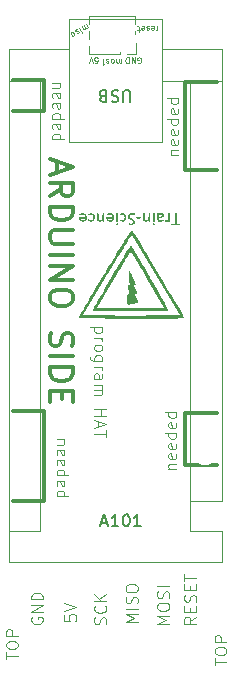
<source format=gbr>
%TF.GenerationSoftware,KiCad,Pcbnew,8.0.2*%
%TF.CreationDate,2024-12-05T22:40:51+01:00*%
%TF.ProjectId,programmerUnoHat,70726f67-7261-46d6-9d65-72556e6f4861,rev?*%
%TF.SameCoordinates,Original*%
%TF.FileFunction,Legend,Top*%
%TF.FilePolarity,Positive*%
%FSLAX46Y46*%
G04 Gerber Fmt 4.6, Leading zero omitted, Abs format (unit mm)*
G04 Created by KiCad (PCBNEW 8.0.2) date 2024-12-05 22:40:51*
%MOMM*%
%LPD*%
G01*
G04 APERTURE LIST*
%ADD10C,0.100000*%
%ADD11C,0.300000*%
%ADD12C,0.075000*%
%ADD13C,0.150000*%
%ADD14C,0.120000*%
%ADD15C,0.000000*%
%ADD16R,1.600000X1.600000*%
%ADD17O,1.600000X1.600000*%
%ADD18R,1.000000X1.000000*%
%ADD19O,1.000000X1.000000*%
%ADD20C,1.600000*%
%ADD21R,1.700000X1.700000*%
%ADD22O,1.700000X1.700000*%
G04 APERTURE END LIST*
D10*
X123010000Y-69220000D02*
X117930000Y-69220000D01*
D11*
X108000000Y-97200000D02*
X108000000Y-104800000D01*
X108000000Y-69200000D02*
X108000000Y-71800000D01*
X119900000Y-97400000D02*
X119900000Y-101800000D01*
X119900000Y-97400000D02*
X122600000Y-97400000D01*
X119900000Y-69300000D02*
X122600000Y-69300000D01*
X119900000Y-69300000D02*
X119900000Y-76800000D01*
X108000000Y-71800000D02*
X105300000Y-71800000D01*
X108000000Y-69200000D02*
X105300000Y-69200000D01*
X119900000Y-76800000D02*
X122600000Y-76800000D01*
X108000000Y-104800000D02*
X105300000Y-104800000D01*
X119900000Y-101800000D02*
X122600000Y-101800000D01*
X108000000Y-97200000D02*
X105300000Y-97200000D01*
D10*
X113174800Y-115243734D02*
X113222419Y-115100877D01*
X113222419Y-115100877D02*
X113222419Y-114862782D01*
X113222419Y-114862782D02*
X113174800Y-114767544D01*
X113174800Y-114767544D02*
X113127180Y-114719925D01*
X113127180Y-114719925D02*
X113031942Y-114672306D01*
X113031942Y-114672306D02*
X112936704Y-114672306D01*
X112936704Y-114672306D02*
X112841466Y-114719925D01*
X112841466Y-114719925D02*
X112793847Y-114767544D01*
X112793847Y-114767544D02*
X112746228Y-114862782D01*
X112746228Y-114862782D02*
X112698609Y-115053258D01*
X112698609Y-115053258D02*
X112650990Y-115148496D01*
X112650990Y-115148496D02*
X112603371Y-115196115D01*
X112603371Y-115196115D02*
X112508133Y-115243734D01*
X112508133Y-115243734D02*
X112412895Y-115243734D01*
X112412895Y-115243734D02*
X112317657Y-115196115D01*
X112317657Y-115196115D02*
X112270038Y-115148496D01*
X112270038Y-115148496D02*
X112222419Y-115053258D01*
X112222419Y-115053258D02*
X112222419Y-114815163D01*
X112222419Y-114815163D02*
X112270038Y-114672306D01*
X113127180Y-113672306D02*
X113174800Y-113719925D01*
X113174800Y-113719925D02*
X113222419Y-113862782D01*
X113222419Y-113862782D02*
X113222419Y-113958020D01*
X113222419Y-113958020D02*
X113174800Y-114100877D01*
X113174800Y-114100877D02*
X113079561Y-114196115D01*
X113079561Y-114196115D02*
X112984323Y-114243734D01*
X112984323Y-114243734D02*
X112793847Y-114291353D01*
X112793847Y-114291353D02*
X112650990Y-114291353D01*
X112650990Y-114291353D02*
X112460514Y-114243734D01*
X112460514Y-114243734D02*
X112365276Y-114196115D01*
X112365276Y-114196115D02*
X112270038Y-114100877D01*
X112270038Y-114100877D02*
X112222419Y-113958020D01*
X112222419Y-113958020D02*
X112222419Y-113862782D01*
X112222419Y-113862782D02*
X112270038Y-113719925D01*
X112270038Y-113719925D02*
X112317657Y-113672306D01*
X113222419Y-113243734D02*
X112222419Y-113243734D01*
X113222419Y-112672306D02*
X112650990Y-113100877D01*
X112222419Y-112672306D02*
X112793847Y-113243734D01*
X118556419Y-115189115D02*
X117556419Y-115189115D01*
X117556419Y-115189115D02*
X118270704Y-114855782D01*
X118270704Y-114855782D02*
X117556419Y-114522449D01*
X117556419Y-114522449D02*
X118556419Y-114522449D01*
X117556419Y-113855782D02*
X117556419Y-113665306D01*
X117556419Y-113665306D02*
X117604038Y-113570068D01*
X117604038Y-113570068D02*
X117699276Y-113474830D01*
X117699276Y-113474830D02*
X117889752Y-113427211D01*
X117889752Y-113427211D02*
X118223085Y-113427211D01*
X118223085Y-113427211D02*
X118413561Y-113474830D01*
X118413561Y-113474830D02*
X118508800Y-113570068D01*
X118508800Y-113570068D02*
X118556419Y-113665306D01*
X118556419Y-113665306D02*
X118556419Y-113855782D01*
X118556419Y-113855782D02*
X118508800Y-113951020D01*
X118508800Y-113951020D02*
X118413561Y-114046258D01*
X118413561Y-114046258D02*
X118223085Y-114093877D01*
X118223085Y-114093877D02*
X117889752Y-114093877D01*
X117889752Y-114093877D02*
X117699276Y-114046258D01*
X117699276Y-114046258D02*
X117604038Y-113951020D01*
X117604038Y-113951020D02*
X117556419Y-113855782D01*
X118508800Y-113046258D02*
X118556419Y-112903401D01*
X118556419Y-112903401D02*
X118556419Y-112665306D01*
X118556419Y-112665306D02*
X118508800Y-112570068D01*
X118508800Y-112570068D02*
X118461180Y-112522449D01*
X118461180Y-112522449D02*
X118365942Y-112474830D01*
X118365942Y-112474830D02*
X118270704Y-112474830D01*
X118270704Y-112474830D02*
X118175466Y-112522449D01*
X118175466Y-112522449D02*
X118127847Y-112570068D01*
X118127847Y-112570068D02*
X118080228Y-112665306D01*
X118080228Y-112665306D02*
X118032609Y-112855782D01*
X118032609Y-112855782D02*
X117984990Y-112951020D01*
X117984990Y-112951020D02*
X117937371Y-112998639D01*
X117937371Y-112998639D02*
X117842133Y-113046258D01*
X117842133Y-113046258D02*
X117746895Y-113046258D01*
X117746895Y-113046258D02*
X117651657Y-112998639D01*
X117651657Y-112998639D02*
X117604038Y-112951020D01*
X117604038Y-112951020D02*
X117556419Y-112855782D01*
X117556419Y-112855782D02*
X117556419Y-112617687D01*
X117556419Y-112617687D02*
X117604038Y-112474830D01*
X118556419Y-112046258D02*
X117556419Y-112046258D01*
D12*
X115901705Y-67724280D02*
X115949324Y-67748090D01*
X115949324Y-67748090D02*
X116020753Y-67748090D01*
X116020753Y-67748090D02*
X116092181Y-67724280D01*
X116092181Y-67724280D02*
X116139800Y-67676661D01*
X116139800Y-67676661D02*
X116163610Y-67629042D01*
X116163610Y-67629042D02*
X116187419Y-67533804D01*
X116187419Y-67533804D02*
X116187419Y-67462376D01*
X116187419Y-67462376D02*
X116163610Y-67367138D01*
X116163610Y-67367138D02*
X116139800Y-67319519D01*
X116139800Y-67319519D02*
X116092181Y-67271900D01*
X116092181Y-67271900D02*
X116020753Y-67248090D01*
X116020753Y-67248090D02*
X115973134Y-67248090D01*
X115973134Y-67248090D02*
X115901705Y-67271900D01*
X115901705Y-67271900D02*
X115877896Y-67295709D01*
X115877896Y-67295709D02*
X115877896Y-67462376D01*
X115877896Y-67462376D02*
X115973134Y-67462376D01*
X115663610Y-67248090D02*
X115663610Y-67748090D01*
X115663610Y-67748090D02*
X115377896Y-67248090D01*
X115377896Y-67248090D02*
X115377896Y-67748090D01*
X115139800Y-67248090D02*
X115139800Y-67748090D01*
X115139800Y-67748090D02*
X115020752Y-67748090D01*
X115020752Y-67748090D02*
X114949324Y-67724280D01*
X114949324Y-67724280D02*
X114901705Y-67676661D01*
X114901705Y-67676661D02*
X114877895Y-67629042D01*
X114877895Y-67629042D02*
X114854086Y-67533804D01*
X114854086Y-67533804D02*
X114854086Y-67462376D01*
X114854086Y-67462376D02*
X114877895Y-67367138D01*
X114877895Y-67367138D02*
X114901705Y-67319519D01*
X114901705Y-67319519D02*
X114949324Y-67271900D01*
X114949324Y-67271900D02*
X115020752Y-67248090D01*
X115020752Y-67248090D02*
X115139800Y-67248090D01*
X114512610Y-67375090D02*
X114512610Y-67708423D01*
X114512610Y-67660804D02*
X114488800Y-67684614D01*
X114488800Y-67684614D02*
X114441181Y-67708423D01*
X114441181Y-67708423D02*
X114369753Y-67708423D01*
X114369753Y-67708423D02*
X114322134Y-67684614D01*
X114322134Y-67684614D02*
X114298324Y-67636995D01*
X114298324Y-67636995D02*
X114298324Y-67375090D01*
X114298324Y-67636995D02*
X114274515Y-67684614D01*
X114274515Y-67684614D02*
X114226896Y-67708423D01*
X114226896Y-67708423D02*
X114155467Y-67708423D01*
X114155467Y-67708423D02*
X114107848Y-67684614D01*
X114107848Y-67684614D02*
X114084038Y-67636995D01*
X114084038Y-67636995D02*
X114084038Y-67375090D01*
X113774514Y-67375090D02*
X113822133Y-67398900D01*
X113822133Y-67398900D02*
X113845943Y-67422709D01*
X113845943Y-67422709D02*
X113869752Y-67470328D01*
X113869752Y-67470328D02*
X113869752Y-67613185D01*
X113869752Y-67613185D02*
X113845943Y-67660804D01*
X113845943Y-67660804D02*
X113822133Y-67684614D01*
X113822133Y-67684614D02*
X113774514Y-67708423D01*
X113774514Y-67708423D02*
X113703086Y-67708423D01*
X113703086Y-67708423D02*
X113655467Y-67684614D01*
X113655467Y-67684614D02*
X113631657Y-67660804D01*
X113631657Y-67660804D02*
X113607848Y-67613185D01*
X113607848Y-67613185D02*
X113607848Y-67470328D01*
X113607848Y-67470328D02*
X113631657Y-67422709D01*
X113631657Y-67422709D02*
X113655467Y-67398900D01*
X113655467Y-67398900D02*
X113703086Y-67375090D01*
X113703086Y-67375090D02*
X113774514Y-67375090D01*
X113417371Y-67398900D02*
X113369752Y-67375090D01*
X113369752Y-67375090D02*
X113274514Y-67375090D01*
X113274514Y-67375090D02*
X113226895Y-67398900D01*
X113226895Y-67398900D02*
X113203086Y-67446519D01*
X113203086Y-67446519D02*
X113203086Y-67470328D01*
X113203086Y-67470328D02*
X113226895Y-67517947D01*
X113226895Y-67517947D02*
X113274514Y-67541757D01*
X113274514Y-67541757D02*
X113345943Y-67541757D01*
X113345943Y-67541757D02*
X113393562Y-67565566D01*
X113393562Y-67565566D02*
X113417371Y-67613185D01*
X113417371Y-67613185D02*
X113417371Y-67636995D01*
X113417371Y-67636995D02*
X113393562Y-67684614D01*
X113393562Y-67684614D02*
X113345943Y-67708423D01*
X113345943Y-67708423D02*
X113274514Y-67708423D01*
X113274514Y-67708423D02*
X113226895Y-67684614D01*
X112988800Y-67375090D02*
X112988800Y-67708423D01*
X112988800Y-67875090D02*
X113012609Y-67851280D01*
X113012609Y-67851280D02*
X112988800Y-67827471D01*
X112988800Y-67827471D02*
X112964990Y-67851280D01*
X112964990Y-67851280D02*
X112988800Y-67875090D01*
X112988800Y-67875090D02*
X112988800Y-67827471D01*
X112242515Y-67748090D02*
X112480610Y-67748090D01*
X112480610Y-67748090D02*
X112504419Y-67509995D01*
X112504419Y-67509995D02*
X112480610Y-67533804D01*
X112480610Y-67533804D02*
X112432991Y-67557614D01*
X112432991Y-67557614D02*
X112313943Y-67557614D01*
X112313943Y-67557614D02*
X112266324Y-67533804D01*
X112266324Y-67533804D02*
X112242515Y-67509995D01*
X112242515Y-67509995D02*
X112218705Y-67462376D01*
X112218705Y-67462376D02*
X112218705Y-67343328D01*
X112218705Y-67343328D02*
X112242515Y-67295709D01*
X112242515Y-67295709D02*
X112266324Y-67271900D01*
X112266324Y-67271900D02*
X112313943Y-67248090D01*
X112313943Y-67248090D02*
X112432991Y-67248090D01*
X112432991Y-67248090D02*
X112480610Y-67271900D01*
X112480610Y-67271900D02*
X112504419Y-67295709D01*
X112075848Y-67748090D02*
X111909182Y-67248090D01*
X111909182Y-67248090D02*
X111742515Y-67748090D01*
D10*
X122412419Y-118711972D02*
X122412419Y-118140544D01*
X123412419Y-118426258D02*
X122412419Y-118426258D01*
X122412419Y-117616734D02*
X122412419Y-117426258D01*
X122412419Y-117426258D02*
X122460038Y-117331020D01*
X122460038Y-117331020D02*
X122555276Y-117235782D01*
X122555276Y-117235782D02*
X122745752Y-117188163D01*
X122745752Y-117188163D02*
X123079085Y-117188163D01*
X123079085Y-117188163D02*
X123269561Y-117235782D01*
X123269561Y-117235782D02*
X123364800Y-117331020D01*
X123364800Y-117331020D02*
X123412419Y-117426258D01*
X123412419Y-117426258D02*
X123412419Y-117616734D01*
X123412419Y-117616734D02*
X123364800Y-117711972D01*
X123364800Y-117711972D02*
X123269561Y-117807210D01*
X123269561Y-117807210D02*
X123079085Y-117854829D01*
X123079085Y-117854829D02*
X122745752Y-117854829D01*
X122745752Y-117854829D02*
X122555276Y-117807210D01*
X122555276Y-117807210D02*
X122460038Y-117711972D01*
X122460038Y-117711972D02*
X122412419Y-117616734D01*
X123412419Y-116759591D02*
X122412419Y-116759591D01*
X122412419Y-116759591D02*
X122412419Y-116378639D01*
X122412419Y-116378639D02*
X122460038Y-116283401D01*
X122460038Y-116283401D02*
X122507657Y-116235782D01*
X122507657Y-116235782D02*
X122602895Y-116188163D01*
X122602895Y-116188163D02*
X122745752Y-116188163D01*
X122745752Y-116188163D02*
X122840990Y-116235782D01*
X122840990Y-116235782D02*
X122888609Y-116283401D01*
X122888609Y-116283401D02*
X122936228Y-116378639D01*
X122936228Y-116378639D02*
X122936228Y-116759591D01*
X115889419Y-115062115D02*
X114889419Y-115062115D01*
X114889419Y-115062115D02*
X115603704Y-114728782D01*
X115603704Y-114728782D02*
X114889419Y-114395449D01*
X114889419Y-114395449D02*
X115889419Y-114395449D01*
X115889419Y-113919258D02*
X114889419Y-113919258D01*
X115841800Y-113490687D02*
X115889419Y-113347830D01*
X115889419Y-113347830D02*
X115889419Y-113109735D01*
X115889419Y-113109735D02*
X115841800Y-113014497D01*
X115841800Y-113014497D02*
X115794180Y-112966878D01*
X115794180Y-112966878D02*
X115698942Y-112919259D01*
X115698942Y-112919259D02*
X115603704Y-112919259D01*
X115603704Y-112919259D02*
X115508466Y-112966878D01*
X115508466Y-112966878D02*
X115460847Y-113014497D01*
X115460847Y-113014497D02*
X115413228Y-113109735D01*
X115413228Y-113109735D02*
X115365609Y-113300211D01*
X115365609Y-113300211D02*
X115317990Y-113395449D01*
X115317990Y-113395449D02*
X115270371Y-113443068D01*
X115270371Y-113443068D02*
X115175133Y-113490687D01*
X115175133Y-113490687D02*
X115079895Y-113490687D01*
X115079895Y-113490687D02*
X114984657Y-113443068D01*
X114984657Y-113443068D02*
X114937038Y-113395449D01*
X114937038Y-113395449D02*
X114889419Y-113300211D01*
X114889419Y-113300211D02*
X114889419Y-113062116D01*
X114889419Y-113062116D02*
X114937038Y-112919259D01*
X114889419Y-112300211D02*
X114889419Y-112109735D01*
X114889419Y-112109735D02*
X114937038Y-112014497D01*
X114937038Y-112014497D02*
X115032276Y-111919259D01*
X115032276Y-111919259D02*
X115222752Y-111871640D01*
X115222752Y-111871640D02*
X115556085Y-111871640D01*
X115556085Y-111871640D02*
X115746561Y-111919259D01*
X115746561Y-111919259D02*
X115841800Y-112014497D01*
X115841800Y-112014497D02*
X115889419Y-112109735D01*
X115889419Y-112109735D02*
X115889419Y-112300211D01*
X115889419Y-112300211D02*
X115841800Y-112395449D01*
X115841800Y-112395449D02*
X115746561Y-112490687D01*
X115746561Y-112490687D02*
X115556085Y-112538306D01*
X115556085Y-112538306D02*
X115222752Y-112538306D01*
X115222752Y-112538306D02*
X115032276Y-112490687D01*
X115032276Y-112490687D02*
X114937038Y-112395449D01*
X114937038Y-112395449D02*
X114889419Y-112300211D01*
X109682419Y-114458925D02*
X109682419Y-114935115D01*
X109682419Y-114935115D02*
X110158609Y-114982734D01*
X110158609Y-114982734D02*
X110110990Y-114935115D01*
X110110990Y-114935115D02*
X110063371Y-114839877D01*
X110063371Y-114839877D02*
X110063371Y-114601782D01*
X110063371Y-114601782D02*
X110110990Y-114506544D01*
X110110990Y-114506544D02*
X110158609Y-114458925D01*
X110158609Y-114458925D02*
X110253847Y-114411306D01*
X110253847Y-114411306D02*
X110491942Y-114411306D01*
X110491942Y-114411306D02*
X110587180Y-114458925D01*
X110587180Y-114458925D02*
X110634800Y-114506544D01*
X110634800Y-114506544D02*
X110682419Y-114601782D01*
X110682419Y-114601782D02*
X110682419Y-114839877D01*
X110682419Y-114839877D02*
X110634800Y-114935115D01*
X110634800Y-114935115D02*
X110587180Y-114982734D01*
X109682419Y-114125591D02*
X110682419Y-113792258D01*
X110682419Y-113792258D02*
X109682419Y-113458925D01*
X118505752Y-102096115D02*
X119172419Y-102096115D01*
X118600990Y-102096115D02*
X118553371Y-102048496D01*
X118553371Y-102048496D02*
X118505752Y-101953258D01*
X118505752Y-101953258D02*
X118505752Y-101810401D01*
X118505752Y-101810401D02*
X118553371Y-101715163D01*
X118553371Y-101715163D02*
X118648609Y-101667544D01*
X118648609Y-101667544D02*
X119172419Y-101667544D01*
X119124800Y-100810401D02*
X119172419Y-100905639D01*
X119172419Y-100905639D02*
X119172419Y-101096115D01*
X119172419Y-101096115D02*
X119124800Y-101191353D01*
X119124800Y-101191353D02*
X119029561Y-101238972D01*
X119029561Y-101238972D02*
X118648609Y-101238972D01*
X118648609Y-101238972D02*
X118553371Y-101191353D01*
X118553371Y-101191353D02*
X118505752Y-101096115D01*
X118505752Y-101096115D02*
X118505752Y-100905639D01*
X118505752Y-100905639D02*
X118553371Y-100810401D01*
X118553371Y-100810401D02*
X118648609Y-100762782D01*
X118648609Y-100762782D02*
X118743847Y-100762782D01*
X118743847Y-100762782D02*
X118839085Y-101238972D01*
X119124800Y-99953258D02*
X119172419Y-100048496D01*
X119172419Y-100048496D02*
X119172419Y-100238972D01*
X119172419Y-100238972D02*
X119124800Y-100334210D01*
X119124800Y-100334210D02*
X119029561Y-100381829D01*
X119029561Y-100381829D02*
X118648609Y-100381829D01*
X118648609Y-100381829D02*
X118553371Y-100334210D01*
X118553371Y-100334210D02*
X118505752Y-100238972D01*
X118505752Y-100238972D02*
X118505752Y-100048496D01*
X118505752Y-100048496D02*
X118553371Y-99953258D01*
X118553371Y-99953258D02*
X118648609Y-99905639D01*
X118648609Y-99905639D02*
X118743847Y-99905639D01*
X118743847Y-99905639D02*
X118839085Y-100381829D01*
X119172419Y-99048496D02*
X118172419Y-99048496D01*
X119124800Y-99048496D02*
X119172419Y-99143734D01*
X119172419Y-99143734D02*
X119172419Y-99334210D01*
X119172419Y-99334210D02*
X119124800Y-99429448D01*
X119124800Y-99429448D02*
X119077180Y-99477067D01*
X119077180Y-99477067D02*
X118981942Y-99524686D01*
X118981942Y-99524686D02*
X118696228Y-99524686D01*
X118696228Y-99524686D02*
X118600990Y-99477067D01*
X118600990Y-99477067D02*
X118553371Y-99429448D01*
X118553371Y-99429448D02*
X118505752Y-99334210D01*
X118505752Y-99334210D02*
X118505752Y-99143734D01*
X118505752Y-99143734D02*
X118553371Y-99048496D01*
X119124800Y-98191353D02*
X119172419Y-98286591D01*
X119172419Y-98286591D02*
X119172419Y-98477067D01*
X119172419Y-98477067D02*
X119124800Y-98572305D01*
X119124800Y-98572305D02*
X119029561Y-98619924D01*
X119029561Y-98619924D02*
X118648609Y-98619924D01*
X118648609Y-98619924D02*
X118553371Y-98572305D01*
X118553371Y-98572305D02*
X118505752Y-98477067D01*
X118505752Y-98477067D02*
X118505752Y-98286591D01*
X118505752Y-98286591D02*
X118553371Y-98191353D01*
X118553371Y-98191353D02*
X118648609Y-98143734D01*
X118648609Y-98143734D02*
X118743847Y-98143734D01*
X118743847Y-98143734D02*
X118839085Y-98619924D01*
X119172419Y-97286591D02*
X118172419Y-97286591D01*
X119124800Y-97286591D02*
X119172419Y-97381829D01*
X119172419Y-97381829D02*
X119172419Y-97572305D01*
X119172419Y-97572305D02*
X119124800Y-97667543D01*
X119124800Y-97667543D02*
X119077180Y-97715162D01*
X119077180Y-97715162D02*
X118981942Y-97762781D01*
X118981942Y-97762781D02*
X118696228Y-97762781D01*
X118696228Y-97762781D02*
X118600990Y-97715162D01*
X118600990Y-97715162D02*
X118553371Y-97667543D01*
X118553371Y-97667543D02*
X118505752Y-97572305D01*
X118505752Y-97572305D02*
X118505752Y-97381829D01*
X118505752Y-97381829D02*
X118553371Y-97286591D01*
X112894247Y-90103884D02*
X111894247Y-90103884D01*
X112846628Y-90103884D02*
X112894247Y-90199122D01*
X112894247Y-90199122D02*
X112894247Y-90389598D01*
X112894247Y-90389598D02*
X112846628Y-90484836D01*
X112846628Y-90484836D02*
X112799009Y-90532455D01*
X112799009Y-90532455D02*
X112703771Y-90580074D01*
X112703771Y-90580074D02*
X112418057Y-90580074D01*
X112418057Y-90580074D02*
X112322819Y-90532455D01*
X112322819Y-90532455D02*
X112275200Y-90484836D01*
X112275200Y-90484836D02*
X112227580Y-90389598D01*
X112227580Y-90389598D02*
X112227580Y-90199122D01*
X112227580Y-90199122D02*
X112275200Y-90103884D01*
X112227580Y-91008646D02*
X112894247Y-91008646D01*
X112703771Y-91008646D02*
X112799009Y-91056265D01*
X112799009Y-91056265D02*
X112846628Y-91103884D01*
X112846628Y-91103884D02*
X112894247Y-91199122D01*
X112894247Y-91199122D02*
X112894247Y-91294360D01*
X112227580Y-91770551D02*
X112275200Y-91675313D01*
X112275200Y-91675313D02*
X112322819Y-91627694D01*
X112322819Y-91627694D02*
X112418057Y-91580075D01*
X112418057Y-91580075D02*
X112703771Y-91580075D01*
X112703771Y-91580075D02*
X112799009Y-91627694D01*
X112799009Y-91627694D02*
X112846628Y-91675313D01*
X112846628Y-91675313D02*
X112894247Y-91770551D01*
X112894247Y-91770551D02*
X112894247Y-91913408D01*
X112894247Y-91913408D02*
X112846628Y-92008646D01*
X112846628Y-92008646D02*
X112799009Y-92056265D01*
X112799009Y-92056265D02*
X112703771Y-92103884D01*
X112703771Y-92103884D02*
X112418057Y-92103884D01*
X112418057Y-92103884D02*
X112322819Y-92056265D01*
X112322819Y-92056265D02*
X112275200Y-92008646D01*
X112275200Y-92008646D02*
X112227580Y-91913408D01*
X112227580Y-91913408D02*
X112227580Y-91770551D01*
X112894247Y-92961027D02*
X112084723Y-92961027D01*
X112084723Y-92961027D02*
X111989485Y-92913408D01*
X111989485Y-92913408D02*
X111941866Y-92865789D01*
X111941866Y-92865789D02*
X111894247Y-92770551D01*
X111894247Y-92770551D02*
X111894247Y-92627694D01*
X111894247Y-92627694D02*
X111941866Y-92532456D01*
X112275200Y-92961027D02*
X112227580Y-92865789D01*
X112227580Y-92865789D02*
X112227580Y-92675313D01*
X112227580Y-92675313D02*
X112275200Y-92580075D01*
X112275200Y-92580075D02*
X112322819Y-92532456D01*
X112322819Y-92532456D02*
X112418057Y-92484837D01*
X112418057Y-92484837D02*
X112703771Y-92484837D01*
X112703771Y-92484837D02*
X112799009Y-92532456D01*
X112799009Y-92532456D02*
X112846628Y-92580075D01*
X112846628Y-92580075D02*
X112894247Y-92675313D01*
X112894247Y-92675313D02*
X112894247Y-92865789D01*
X112894247Y-92865789D02*
X112846628Y-92961027D01*
X112227580Y-93437218D02*
X112894247Y-93437218D01*
X112703771Y-93437218D02*
X112799009Y-93484837D01*
X112799009Y-93484837D02*
X112846628Y-93532456D01*
X112846628Y-93532456D02*
X112894247Y-93627694D01*
X112894247Y-93627694D02*
X112894247Y-93722932D01*
X112227580Y-94484837D02*
X112751390Y-94484837D01*
X112751390Y-94484837D02*
X112846628Y-94437218D01*
X112846628Y-94437218D02*
X112894247Y-94341980D01*
X112894247Y-94341980D02*
X112894247Y-94151504D01*
X112894247Y-94151504D02*
X112846628Y-94056266D01*
X112275200Y-94484837D02*
X112227580Y-94389599D01*
X112227580Y-94389599D02*
X112227580Y-94151504D01*
X112227580Y-94151504D02*
X112275200Y-94056266D01*
X112275200Y-94056266D02*
X112370438Y-94008647D01*
X112370438Y-94008647D02*
X112465676Y-94008647D01*
X112465676Y-94008647D02*
X112560914Y-94056266D01*
X112560914Y-94056266D02*
X112608533Y-94151504D01*
X112608533Y-94151504D02*
X112608533Y-94389599D01*
X112608533Y-94389599D02*
X112656152Y-94484837D01*
X112227580Y-94961028D02*
X112894247Y-94961028D01*
X112799009Y-94961028D02*
X112846628Y-95008647D01*
X112846628Y-95008647D02*
X112894247Y-95103885D01*
X112894247Y-95103885D02*
X112894247Y-95246742D01*
X112894247Y-95246742D02*
X112846628Y-95341980D01*
X112846628Y-95341980D02*
X112751390Y-95389599D01*
X112751390Y-95389599D02*
X112227580Y-95389599D01*
X112751390Y-95389599D02*
X112846628Y-95437218D01*
X112846628Y-95437218D02*
X112894247Y-95532456D01*
X112894247Y-95532456D02*
X112894247Y-95675313D01*
X112894247Y-95675313D02*
X112846628Y-95770552D01*
X112846628Y-95770552D02*
X112751390Y-95818171D01*
X112751390Y-95818171D02*
X112227580Y-95818171D01*
X112227580Y-97056266D02*
X113227580Y-97056266D01*
X112751390Y-97056266D02*
X112751390Y-97627694D01*
X112227580Y-97627694D02*
X113227580Y-97627694D01*
X112513295Y-98056266D02*
X112513295Y-98532456D01*
X112227580Y-97961028D02*
X113227580Y-98294361D01*
X113227580Y-98294361D02*
X112227580Y-98627694D01*
X113227580Y-98818171D02*
X113227580Y-99389599D01*
X112227580Y-99103885D02*
X113227580Y-99103885D01*
X118681752Y-75516115D02*
X119348419Y-75516115D01*
X118776990Y-75516115D02*
X118729371Y-75468496D01*
X118729371Y-75468496D02*
X118681752Y-75373258D01*
X118681752Y-75373258D02*
X118681752Y-75230401D01*
X118681752Y-75230401D02*
X118729371Y-75135163D01*
X118729371Y-75135163D02*
X118824609Y-75087544D01*
X118824609Y-75087544D02*
X119348419Y-75087544D01*
X119300800Y-74230401D02*
X119348419Y-74325639D01*
X119348419Y-74325639D02*
X119348419Y-74516115D01*
X119348419Y-74516115D02*
X119300800Y-74611353D01*
X119300800Y-74611353D02*
X119205561Y-74658972D01*
X119205561Y-74658972D02*
X118824609Y-74658972D01*
X118824609Y-74658972D02*
X118729371Y-74611353D01*
X118729371Y-74611353D02*
X118681752Y-74516115D01*
X118681752Y-74516115D02*
X118681752Y-74325639D01*
X118681752Y-74325639D02*
X118729371Y-74230401D01*
X118729371Y-74230401D02*
X118824609Y-74182782D01*
X118824609Y-74182782D02*
X118919847Y-74182782D01*
X118919847Y-74182782D02*
X119015085Y-74658972D01*
X119300800Y-73373258D02*
X119348419Y-73468496D01*
X119348419Y-73468496D02*
X119348419Y-73658972D01*
X119348419Y-73658972D02*
X119300800Y-73754210D01*
X119300800Y-73754210D02*
X119205561Y-73801829D01*
X119205561Y-73801829D02*
X118824609Y-73801829D01*
X118824609Y-73801829D02*
X118729371Y-73754210D01*
X118729371Y-73754210D02*
X118681752Y-73658972D01*
X118681752Y-73658972D02*
X118681752Y-73468496D01*
X118681752Y-73468496D02*
X118729371Y-73373258D01*
X118729371Y-73373258D02*
X118824609Y-73325639D01*
X118824609Y-73325639D02*
X118919847Y-73325639D01*
X118919847Y-73325639D02*
X119015085Y-73801829D01*
X119348419Y-72468496D02*
X118348419Y-72468496D01*
X119300800Y-72468496D02*
X119348419Y-72563734D01*
X119348419Y-72563734D02*
X119348419Y-72754210D01*
X119348419Y-72754210D02*
X119300800Y-72849448D01*
X119300800Y-72849448D02*
X119253180Y-72897067D01*
X119253180Y-72897067D02*
X119157942Y-72944686D01*
X119157942Y-72944686D02*
X118872228Y-72944686D01*
X118872228Y-72944686D02*
X118776990Y-72897067D01*
X118776990Y-72897067D02*
X118729371Y-72849448D01*
X118729371Y-72849448D02*
X118681752Y-72754210D01*
X118681752Y-72754210D02*
X118681752Y-72563734D01*
X118681752Y-72563734D02*
X118729371Y-72468496D01*
X119300800Y-71611353D02*
X119348419Y-71706591D01*
X119348419Y-71706591D02*
X119348419Y-71897067D01*
X119348419Y-71897067D02*
X119300800Y-71992305D01*
X119300800Y-71992305D02*
X119205561Y-72039924D01*
X119205561Y-72039924D02*
X118824609Y-72039924D01*
X118824609Y-72039924D02*
X118729371Y-71992305D01*
X118729371Y-71992305D02*
X118681752Y-71897067D01*
X118681752Y-71897067D02*
X118681752Y-71706591D01*
X118681752Y-71706591D02*
X118729371Y-71611353D01*
X118729371Y-71611353D02*
X118824609Y-71563734D01*
X118824609Y-71563734D02*
X118919847Y-71563734D01*
X118919847Y-71563734D02*
X119015085Y-72039924D01*
X119348419Y-70706591D02*
X118348419Y-70706591D01*
X119300800Y-70706591D02*
X119348419Y-70801829D01*
X119348419Y-70801829D02*
X119348419Y-70992305D01*
X119348419Y-70992305D02*
X119300800Y-71087543D01*
X119300800Y-71087543D02*
X119253180Y-71135162D01*
X119253180Y-71135162D02*
X119157942Y-71182781D01*
X119157942Y-71182781D02*
X118872228Y-71182781D01*
X118872228Y-71182781D02*
X118776990Y-71135162D01*
X118776990Y-71135162D02*
X118729371Y-71087543D01*
X118729371Y-71087543D02*
X118681752Y-70992305D01*
X118681752Y-70992305D02*
X118681752Y-70801829D01*
X118681752Y-70801829D02*
X118729371Y-70706591D01*
X120842419Y-114624687D02*
X120366228Y-114958020D01*
X120842419Y-115196115D02*
X119842419Y-115196115D01*
X119842419Y-115196115D02*
X119842419Y-114815163D01*
X119842419Y-114815163D02*
X119890038Y-114719925D01*
X119890038Y-114719925D02*
X119937657Y-114672306D01*
X119937657Y-114672306D02*
X120032895Y-114624687D01*
X120032895Y-114624687D02*
X120175752Y-114624687D01*
X120175752Y-114624687D02*
X120270990Y-114672306D01*
X120270990Y-114672306D02*
X120318609Y-114719925D01*
X120318609Y-114719925D02*
X120366228Y-114815163D01*
X120366228Y-114815163D02*
X120366228Y-115196115D01*
X120318609Y-114196115D02*
X120318609Y-113862782D01*
X120842419Y-113719925D02*
X120842419Y-114196115D01*
X120842419Y-114196115D02*
X119842419Y-114196115D01*
X119842419Y-114196115D02*
X119842419Y-113719925D01*
X120794800Y-113338972D02*
X120842419Y-113196115D01*
X120842419Y-113196115D02*
X120842419Y-112958020D01*
X120842419Y-112958020D02*
X120794800Y-112862782D01*
X120794800Y-112862782D02*
X120747180Y-112815163D01*
X120747180Y-112815163D02*
X120651942Y-112767544D01*
X120651942Y-112767544D02*
X120556704Y-112767544D01*
X120556704Y-112767544D02*
X120461466Y-112815163D01*
X120461466Y-112815163D02*
X120413847Y-112862782D01*
X120413847Y-112862782D02*
X120366228Y-112958020D01*
X120366228Y-112958020D02*
X120318609Y-113148496D01*
X120318609Y-113148496D02*
X120270990Y-113243734D01*
X120270990Y-113243734D02*
X120223371Y-113291353D01*
X120223371Y-113291353D02*
X120128133Y-113338972D01*
X120128133Y-113338972D02*
X120032895Y-113338972D01*
X120032895Y-113338972D02*
X119937657Y-113291353D01*
X119937657Y-113291353D02*
X119890038Y-113243734D01*
X119890038Y-113243734D02*
X119842419Y-113148496D01*
X119842419Y-113148496D02*
X119842419Y-112910401D01*
X119842419Y-112910401D02*
X119890038Y-112767544D01*
X120318609Y-112338972D02*
X120318609Y-112005639D01*
X120842419Y-111862782D02*
X120842419Y-112338972D01*
X120842419Y-112338972D02*
X119842419Y-112338972D01*
X119842419Y-112338972D02*
X119842419Y-111862782D01*
X119842419Y-111577067D02*
X119842419Y-111005639D01*
X120842419Y-111291353D02*
X119842419Y-111291353D01*
X104759419Y-118203972D02*
X104759419Y-117632544D01*
X105759419Y-117918258D02*
X104759419Y-117918258D01*
X104759419Y-117108734D02*
X104759419Y-116918258D01*
X104759419Y-116918258D02*
X104807038Y-116823020D01*
X104807038Y-116823020D02*
X104902276Y-116727782D01*
X104902276Y-116727782D02*
X105092752Y-116680163D01*
X105092752Y-116680163D02*
X105426085Y-116680163D01*
X105426085Y-116680163D02*
X105616561Y-116727782D01*
X105616561Y-116727782D02*
X105711800Y-116823020D01*
X105711800Y-116823020D02*
X105759419Y-116918258D01*
X105759419Y-116918258D02*
X105759419Y-117108734D01*
X105759419Y-117108734D02*
X105711800Y-117203972D01*
X105711800Y-117203972D02*
X105616561Y-117299210D01*
X105616561Y-117299210D02*
X105426085Y-117346829D01*
X105426085Y-117346829D02*
X105092752Y-117346829D01*
X105092752Y-117346829D02*
X104902276Y-117299210D01*
X104902276Y-117299210D02*
X104807038Y-117203972D01*
X104807038Y-117203972D02*
X104759419Y-117108734D01*
X105759419Y-116251591D02*
X104759419Y-116251591D01*
X104759419Y-116251591D02*
X104759419Y-115870639D01*
X104759419Y-115870639D02*
X104807038Y-115775401D01*
X104807038Y-115775401D02*
X104854657Y-115727782D01*
X104854657Y-115727782D02*
X104949895Y-115680163D01*
X104949895Y-115680163D02*
X105092752Y-115680163D01*
X105092752Y-115680163D02*
X105187990Y-115727782D01*
X105187990Y-115727782D02*
X105235609Y-115775401D01*
X105235609Y-115775401D02*
X105283228Y-115870639D01*
X105283228Y-115870639D02*
X105283228Y-116251591D01*
X106920038Y-114672306D02*
X106872419Y-114767544D01*
X106872419Y-114767544D02*
X106872419Y-114910401D01*
X106872419Y-114910401D02*
X106920038Y-115053258D01*
X106920038Y-115053258D02*
X107015276Y-115148496D01*
X107015276Y-115148496D02*
X107110514Y-115196115D01*
X107110514Y-115196115D02*
X107300990Y-115243734D01*
X107300990Y-115243734D02*
X107443847Y-115243734D01*
X107443847Y-115243734D02*
X107634323Y-115196115D01*
X107634323Y-115196115D02*
X107729561Y-115148496D01*
X107729561Y-115148496D02*
X107824800Y-115053258D01*
X107824800Y-115053258D02*
X107872419Y-114910401D01*
X107872419Y-114910401D02*
X107872419Y-114815163D01*
X107872419Y-114815163D02*
X107824800Y-114672306D01*
X107824800Y-114672306D02*
X107777180Y-114624687D01*
X107777180Y-114624687D02*
X107443847Y-114624687D01*
X107443847Y-114624687D02*
X107443847Y-114815163D01*
X107872419Y-114196115D02*
X106872419Y-114196115D01*
X106872419Y-114196115D02*
X107872419Y-113624687D01*
X107872419Y-113624687D02*
X106872419Y-113624687D01*
X107872419Y-113148496D02*
X106872419Y-113148496D01*
X106872419Y-113148496D02*
X106872419Y-112910401D01*
X106872419Y-112910401D02*
X106920038Y-112767544D01*
X106920038Y-112767544D02*
X107015276Y-112672306D01*
X107015276Y-112672306D02*
X107110514Y-112624687D01*
X107110514Y-112624687D02*
X107300990Y-112577068D01*
X107300990Y-112577068D02*
X107443847Y-112577068D01*
X107443847Y-112577068D02*
X107634323Y-112624687D01*
X107634323Y-112624687D02*
X107729561Y-112672306D01*
X107729561Y-112672306D02*
X107824800Y-112767544D01*
X107824800Y-112767544D02*
X107872419Y-112910401D01*
X107872419Y-112910401D02*
X107872419Y-113148496D01*
X109694247Y-99603884D02*
X109027580Y-99603884D01*
X109599009Y-99603884D02*
X109646628Y-99651503D01*
X109646628Y-99651503D02*
X109694247Y-99746741D01*
X109694247Y-99746741D02*
X109694247Y-99889598D01*
X109694247Y-99889598D02*
X109646628Y-99984836D01*
X109646628Y-99984836D02*
X109551390Y-100032455D01*
X109551390Y-100032455D02*
X109027580Y-100032455D01*
X109075200Y-100889598D02*
X109027580Y-100794360D01*
X109027580Y-100794360D02*
X109027580Y-100603884D01*
X109027580Y-100603884D02*
X109075200Y-100508646D01*
X109075200Y-100508646D02*
X109170438Y-100461027D01*
X109170438Y-100461027D02*
X109551390Y-100461027D01*
X109551390Y-100461027D02*
X109646628Y-100508646D01*
X109646628Y-100508646D02*
X109694247Y-100603884D01*
X109694247Y-100603884D02*
X109694247Y-100794360D01*
X109694247Y-100794360D02*
X109646628Y-100889598D01*
X109646628Y-100889598D02*
X109551390Y-100937217D01*
X109551390Y-100937217D02*
X109456152Y-100937217D01*
X109456152Y-100937217D02*
X109360914Y-100461027D01*
X109075200Y-101746741D02*
X109027580Y-101651503D01*
X109027580Y-101651503D02*
X109027580Y-101461027D01*
X109027580Y-101461027D02*
X109075200Y-101365789D01*
X109075200Y-101365789D02*
X109170438Y-101318170D01*
X109170438Y-101318170D02*
X109551390Y-101318170D01*
X109551390Y-101318170D02*
X109646628Y-101365789D01*
X109646628Y-101365789D02*
X109694247Y-101461027D01*
X109694247Y-101461027D02*
X109694247Y-101651503D01*
X109694247Y-101651503D02*
X109646628Y-101746741D01*
X109646628Y-101746741D02*
X109551390Y-101794360D01*
X109551390Y-101794360D02*
X109456152Y-101794360D01*
X109456152Y-101794360D02*
X109360914Y-101318170D01*
X109027580Y-102651503D02*
X110027580Y-102651503D01*
X109075200Y-102651503D02*
X109027580Y-102556265D01*
X109027580Y-102556265D02*
X109027580Y-102365789D01*
X109027580Y-102365789D02*
X109075200Y-102270551D01*
X109075200Y-102270551D02*
X109122819Y-102222932D01*
X109122819Y-102222932D02*
X109218057Y-102175313D01*
X109218057Y-102175313D02*
X109503771Y-102175313D01*
X109503771Y-102175313D02*
X109599009Y-102222932D01*
X109599009Y-102222932D02*
X109646628Y-102270551D01*
X109646628Y-102270551D02*
X109694247Y-102365789D01*
X109694247Y-102365789D02*
X109694247Y-102556265D01*
X109694247Y-102556265D02*
X109646628Y-102651503D01*
X109075200Y-103508646D02*
X109027580Y-103413408D01*
X109027580Y-103413408D02*
X109027580Y-103222932D01*
X109027580Y-103222932D02*
X109075200Y-103127694D01*
X109075200Y-103127694D02*
X109170438Y-103080075D01*
X109170438Y-103080075D02*
X109551390Y-103080075D01*
X109551390Y-103080075D02*
X109646628Y-103127694D01*
X109646628Y-103127694D02*
X109694247Y-103222932D01*
X109694247Y-103222932D02*
X109694247Y-103413408D01*
X109694247Y-103413408D02*
X109646628Y-103508646D01*
X109646628Y-103508646D02*
X109551390Y-103556265D01*
X109551390Y-103556265D02*
X109456152Y-103556265D01*
X109456152Y-103556265D02*
X109360914Y-103080075D01*
X109027580Y-104413408D02*
X110027580Y-104413408D01*
X109075200Y-104413408D02*
X109027580Y-104318170D01*
X109027580Y-104318170D02*
X109027580Y-104127694D01*
X109027580Y-104127694D02*
X109075200Y-104032456D01*
X109075200Y-104032456D02*
X109122819Y-103984837D01*
X109122819Y-103984837D02*
X109218057Y-103937218D01*
X109218057Y-103937218D02*
X109503771Y-103937218D01*
X109503771Y-103937218D02*
X109599009Y-103984837D01*
X109599009Y-103984837D02*
X109646628Y-104032456D01*
X109646628Y-104032456D02*
X109694247Y-104127694D01*
X109694247Y-104127694D02*
X109694247Y-104318170D01*
X109694247Y-104318170D02*
X109646628Y-104413408D01*
D12*
X117560610Y-64581090D02*
X117560610Y-64914423D01*
X117560610Y-64819185D02*
X117536800Y-64866804D01*
X117536800Y-64866804D02*
X117512991Y-64890614D01*
X117512991Y-64890614D02*
X117465372Y-64914423D01*
X117465372Y-64914423D02*
X117417753Y-64914423D01*
X117060610Y-64604900D02*
X117108229Y-64581090D01*
X117108229Y-64581090D02*
X117203467Y-64581090D01*
X117203467Y-64581090D02*
X117251086Y-64604900D01*
X117251086Y-64604900D02*
X117274895Y-64652519D01*
X117274895Y-64652519D02*
X117274895Y-64842995D01*
X117274895Y-64842995D02*
X117251086Y-64890614D01*
X117251086Y-64890614D02*
X117203467Y-64914423D01*
X117203467Y-64914423D02*
X117108229Y-64914423D01*
X117108229Y-64914423D02*
X117060610Y-64890614D01*
X117060610Y-64890614D02*
X117036800Y-64842995D01*
X117036800Y-64842995D02*
X117036800Y-64795376D01*
X117036800Y-64795376D02*
X117274895Y-64747757D01*
X116846324Y-64604900D02*
X116798705Y-64581090D01*
X116798705Y-64581090D02*
X116703467Y-64581090D01*
X116703467Y-64581090D02*
X116655848Y-64604900D01*
X116655848Y-64604900D02*
X116632039Y-64652519D01*
X116632039Y-64652519D02*
X116632039Y-64676328D01*
X116632039Y-64676328D02*
X116655848Y-64723947D01*
X116655848Y-64723947D02*
X116703467Y-64747757D01*
X116703467Y-64747757D02*
X116774896Y-64747757D01*
X116774896Y-64747757D02*
X116822515Y-64771566D01*
X116822515Y-64771566D02*
X116846324Y-64819185D01*
X116846324Y-64819185D02*
X116846324Y-64842995D01*
X116846324Y-64842995D02*
X116822515Y-64890614D01*
X116822515Y-64890614D02*
X116774896Y-64914423D01*
X116774896Y-64914423D02*
X116703467Y-64914423D01*
X116703467Y-64914423D02*
X116655848Y-64890614D01*
X116227277Y-64604900D02*
X116274896Y-64581090D01*
X116274896Y-64581090D02*
X116370134Y-64581090D01*
X116370134Y-64581090D02*
X116417753Y-64604900D01*
X116417753Y-64604900D02*
X116441562Y-64652519D01*
X116441562Y-64652519D02*
X116441562Y-64842995D01*
X116441562Y-64842995D02*
X116417753Y-64890614D01*
X116417753Y-64890614D02*
X116370134Y-64914423D01*
X116370134Y-64914423D02*
X116274896Y-64914423D01*
X116274896Y-64914423D02*
X116227277Y-64890614D01*
X116227277Y-64890614D02*
X116203467Y-64842995D01*
X116203467Y-64842995D02*
X116203467Y-64795376D01*
X116203467Y-64795376D02*
X116441562Y-64747757D01*
X116060610Y-64914423D02*
X115870134Y-64914423D01*
X115989182Y-65081090D02*
X115989182Y-64652519D01*
X115989182Y-64652519D02*
X115965372Y-64604900D01*
X115965372Y-64604900D02*
X115917753Y-64581090D01*
X115917753Y-64581090D02*
X115870134Y-64581090D01*
D11*
X109031790Y-76078320D02*
X109031790Y-77030701D01*
X108460361Y-75887844D02*
X110460361Y-76554510D01*
X110460361Y-76554510D02*
X108460361Y-77221177D01*
X108460361Y-79030701D02*
X109412742Y-78364034D01*
X108460361Y-77887844D02*
X110460361Y-77887844D01*
X110460361Y-77887844D02*
X110460361Y-78649749D01*
X110460361Y-78649749D02*
X110365123Y-78840225D01*
X110365123Y-78840225D02*
X110269885Y-78935463D01*
X110269885Y-78935463D02*
X110079409Y-79030701D01*
X110079409Y-79030701D02*
X109793695Y-79030701D01*
X109793695Y-79030701D02*
X109603219Y-78935463D01*
X109603219Y-78935463D02*
X109507980Y-78840225D01*
X109507980Y-78840225D02*
X109412742Y-78649749D01*
X109412742Y-78649749D02*
X109412742Y-77887844D01*
X108460361Y-79887844D02*
X110460361Y-79887844D01*
X110460361Y-79887844D02*
X110460361Y-80364034D01*
X110460361Y-80364034D02*
X110365123Y-80649749D01*
X110365123Y-80649749D02*
X110174647Y-80840225D01*
X110174647Y-80840225D02*
X109984171Y-80935463D01*
X109984171Y-80935463D02*
X109603219Y-81030701D01*
X109603219Y-81030701D02*
X109317504Y-81030701D01*
X109317504Y-81030701D02*
X108936552Y-80935463D01*
X108936552Y-80935463D02*
X108746076Y-80840225D01*
X108746076Y-80840225D02*
X108555600Y-80649749D01*
X108555600Y-80649749D02*
X108460361Y-80364034D01*
X108460361Y-80364034D02*
X108460361Y-79887844D01*
X110460361Y-81887844D02*
X108841314Y-81887844D01*
X108841314Y-81887844D02*
X108650838Y-81983082D01*
X108650838Y-81983082D02*
X108555600Y-82078320D01*
X108555600Y-82078320D02*
X108460361Y-82268796D01*
X108460361Y-82268796D02*
X108460361Y-82649749D01*
X108460361Y-82649749D02*
X108555600Y-82840225D01*
X108555600Y-82840225D02*
X108650838Y-82935463D01*
X108650838Y-82935463D02*
X108841314Y-83030701D01*
X108841314Y-83030701D02*
X110460361Y-83030701D01*
X108460361Y-83983082D02*
X110460361Y-83983082D01*
X108460361Y-84935463D02*
X110460361Y-84935463D01*
X110460361Y-84935463D02*
X108460361Y-86078320D01*
X108460361Y-86078320D02*
X110460361Y-86078320D01*
X110460361Y-87411653D02*
X110460361Y-87792606D01*
X110460361Y-87792606D02*
X110365123Y-87983082D01*
X110365123Y-87983082D02*
X110174647Y-88173558D01*
X110174647Y-88173558D02*
X109793695Y-88268796D01*
X109793695Y-88268796D02*
X109127028Y-88268796D01*
X109127028Y-88268796D02*
X108746076Y-88173558D01*
X108746076Y-88173558D02*
X108555600Y-87983082D01*
X108555600Y-87983082D02*
X108460361Y-87792606D01*
X108460361Y-87792606D02*
X108460361Y-87411653D01*
X108460361Y-87411653D02*
X108555600Y-87221177D01*
X108555600Y-87221177D02*
X108746076Y-87030701D01*
X108746076Y-87030701D02*
X109127028Y-86935463D01*
X109127028Y-86935463D02*
X109793695Y-86935463D01*
X109793695Y-86935463D02*
X110174647Y-87030701D01*
X110174647Y-87030701D02*
X110365123Y-87221177D01*
X110365123Y-87221177D02*
X110460361Y-87411653D01*
X108555600Y-90554511D02*
X108460361Y-90840225D01*
X108460361Y-90840225D02*
X108460361Y-91316416D01*
X108460361Y-91316416D02*
X108555600Y-91506892D01*
X108555600Y-91506892D02*
X108650838Y-91602130D01*
X108650838Y-91602130D02*
X108841314Y-91697368D01*
X108841314Y-91697368D02*
X109031790Y-91697368D01*
X109031790Y-91697368D02*
X109222266Y-91602130D01*
X109222266Y-91602130D02*
X109317504Y-91506892D01*
X109317504Y-91506892D02*
X109412742Y-91316416D01*
X109412742Y-91316416D02*
X109507980Y-90935463D01*
X109507980Y-90935463D02*
X109603219Y-90744987D01*
X109603219Y-90744987D02*
X109698457Y-90649749D01*
X109698457Y-90649749D02*
X109888933Y-90554511D01*
X109888933Y-90554511D02*
X110079409Y-90554511D01*
X110079409Y-90554511D02*
X110269885Y-90649749D01*
X110269885Y-90649749D02*
X110365123Y-90744987D01*
X110365123Y-90744987D02*
X110460361Y-90935463D01*
X110460361Y-90935463D02*
X110460361Y-91411654D01*
X110460361Y-91411654D02*
X110365123Y-91697368D01*
X108460361Y-92554511D02*
X110460361Y-92554511D01*
X108460361Y-93506892D02*
X110460361Y-93506892D01*
X110460361Y-93506892D02*
X110460361Y-93983082D01*
X110460361Y-93983082D02*
X110365123Y-94268797D01*
X110365123Y-94268797D02*
X110174647Y-94459273D01*
X110174647Y-94459273D02*
X109984171Y-94554511D01*
X109984171Y-94554511D02*
X109603219Y-94649749D01*
X109603219Y-94649749D02*
X109317504Y-94649749D01*
X109317504Y-94649749D02*
X108936552Y-94554511D01*
X108936552Y-94554511D02*
X108746076Y-94459273D01*
X108746076Y-94459273D02*
X108555600Y-94268797D01*
X108555600Y-94268797D02*
X108460361Y-93983082D01*
X108460361Y-93983082D02*
X108460361Y-93506892D01*
X109507980Y-95506892D02*
X109507980Y-96173559D01*
X108460361Y-96459273D02*
X108460361Y-95506892D01*
X108460361Y-95506892D02*
X110460361Y-95506892D01*
X110460361Y-95506892D02*
X110460361Y-96459273D01*
D10*
X109348247Y-69392884D02*
X108681580Y-69392884D01*
X109253009Y-69392884D02*
X109300628Y-69440503D01*
X109300628Y-69440503D02*
X109348247Y-69535741D01*
X109348247Y-69535741D02*
X109348247Y-69678598D01*
X109348247Y-69678598D02*
X109300628Y-69773836D01*
X109300628Y-69773836D02*
X109205390Y-69821455D01*
X109205390Y-69821455D02*
X108681580Y-69821455D01*
X108729200Y-70678598D02*
X108681580Y-70583360D01*
X108681580Y-70583360D02*
X108681580Y-70392884D01*
X108681580Y-70392884D02*
X108729200Y-70297646D01*
X108729200Y-70297646D02*
X108824438Y-70250027D01*
X108824438Y-70250027D02*
X109205390Y-70250027D01*
X109205390Y-70250027D02*
X109300628Y-70297646D01*
X109300628Y-70297646D02*
X109348247Y-70392884D01*
X109348247Y-70392884D02*
X109348247Y-70583360D01*
X109348247Y-70583360D02*
X109300628Y-70678598D01*
X109300628Y-70678598D02*
X109205390Y-70726217D01*
X109205390Y-70726217D02*
X109110152Y-70726217D01*
X109110152Y-70726217D02*
X109014914Y-70250027D01*
X108729200Y-71535741D02*
X108681580Y-71440503D01*
X108681580Y-71440503D02*
X108681580Y-71250027D01*
X108681580Y-71250027D02*
X108729200Y-71154789D01*
X108729200Y-71154789D02*
X108824438Y-71107170D01*
X108824438Y-71107170D02*
X109205390Y-71107170D01*
X109205390Y-71107170D02*
X109300628Y-71154789D01*
X109300628Y-71154789D02*
X109348247Y-71250027D01*
X109348247Y-71250027D02*
X109348247Y-71440503D01*
X109348247Y-71440503D02*
X109300628Y-71535741D01*
X109300628Y-71535741D02*
X109205390Y-71583360D01*
X109205390Y-71583360D02*
X109110152Y-71583360D01*
X109110152Y-71583360D02*
X109014914Y-71107170D01*
X108681580Y-72440503D02*
X109681580Y-72440503D01*
X108729200Y-72440503D02*
X108681580Y-72345265D01*
X108681580Y-72345265D02*
X108681580Y-72154789D01*
X108681580Y-72154789D02*
X108729200Y-72059551D01*
X108729200Y-72059551D02*
X108776819Y-72011932D01*
X108776819Y-72011932D02*
X108872057Y-71964313D01*
X108872057Y-71964313D02*
X109157771Y-71964313D01*
X109157771Y-71964313D02*
X109253009Y-72011932D01*
X109253009Y-72011932D02*
X109300628Y-72059551D01*
X109300628Y-72059551D02*
X109348247Y-72154789D01*
X109348247Y-72154789D02*
X109348247Y-72345265D01*
X109348247Y-72345265D02*
X109300628Y-72440503D01*
X108729200Y-73297646D02*
X108681580Y-73202408D01*
X108681580Y-73202408D02*
X108681580Y-73011932D01*
X108681580Y-73011932D02*
X108729200Y-72916694D01*
X108729200Y-72916694D02*
X108824438Y-72869075D01*
X108824438Y-72869075D02*
X109205390Y-72869075D01*
X109205390Y-72869075D02*
X109300628Y-72916694D01*
X109300628Y-72916694D02*
X109348247Y-73011932D01*
X109348247Y-73011932D02*
X109348247Y-73202408D01*
X109348247Y-73202408D02*
X109300628Y-73297646D01*
X109300628Y-73297646D02*
X109205390Y-73345265D01*
X109205390Y-73345265D02*
X109110152Y-73345265D01*
X109110152Y-73345265D02*
X109014914Y-72869075D01*
X108681580Y-74202408D02*
X109681580Y-74202408D01*
X108729200Y-74202408D02*
X108681580Y-74107170D01*
X108681580Y-74107170D02*
X108681580Y-73916694D01*
X108681580Y-73916694D02*
X108729200Y-73821456D01*
X108729200Y-73821456D02*
X108776819Y-73773837D01*
X108776819Y-73773837D02*
X108872057Y-73726218D01*
X108872057Y-73726218D02*
X109157771Y-73726218D01*
X109157771Y-73726218D02*
X109253009Y-73773837D01*
X109253009Y-73773837D02*
X109300628Y-73821456D01*
X109300628Y-73821456D02*
X109348247Y-73916694D01*
X109348247Y-73916694D02*
X109348247Y-74107170D01*
X109348247Y-74107170D02*
X109300628Y-74202408D01*
D12*
X111519715Y-64402564D02*
X111686382Y-64691239D01*
X111662572Y-64650000D02*
X111653857Y-64682525D01*
X111653857Y-64682525D02*
X111624523Y-64726954D01*
X111624523Y-64726954D02*
X111562664Y-64762668D01*
X111562664Y-64762668D02*
X111509520Y-64765858D01*
X111509520Y-64765858D02*
X111465091Y-64736523D01*
X111465091Y-64736523D02*
X111334138Y-64509707D01*
X111465091Y-64736523D02*
X111468280Y-64789667D01*
X111468280Y-64789667D02*
X111438946Y-64834097D01*
X111438946Y-64834097D02*
X111377087Y-64869811D01*
X111377087Y-64869811D02*
X111323943Y-64873001D01*
X111323943Y-64873001D02*
X111279514Y-64843666D01*
X111279514Y-64843666D02*
X111148561Y-64616850D01*
X110942364Y-64735898D02*
X111109031Y-65024573D01*
X111192364Y-65168911D02*
X111201079Y-65136386D01*
X111201079Y-65136386D02*
X111168555Y-65127671D01*
X111168555Y-65127671D02*
X111159840Y-65160196D01*
X111159840Y-65160196D02*
X111192364Y-65168911D01*
X111192364Y-65168911D02*
X111168555Y-65127671D01*
X110768693Y-64863660D02*
X110715549Y-64866850D01*
X110715549Y-64866850D02*
X110633070Y-64914469D01*
X110633070Y-64914469D02*
X110603735Y-64958898D01*
X110603735Y-64958898D02*
X110606925Y-65012042D01*
X110606925Y-65012042D02*
X110618830Y-65032662D01*
X110618830Y-65032662D02*
X110663259Y-65061997D01*
X110663259Y-65061997D02*
X110716403Y-65058807D01*
X110716403Y-65058807D02*
X110778262Y-65023092D01*
X110778262Y-65023092D02*
X110831406Y-65019903D01*
X110831406Y-65019903D02*
X110875835Y-65049237D01*
X110875835Y-65049237D02*
X110887740Y-65069857D01*
X110887740Y-65069857D02*
X110890930Y-65123001D01*
X110890930Y-65123001D02*
X110861596Y-65167430D01*
X110861596Y-65167430D02*
X110799737Y-65203144D01*
X110799737Y-65203144D02*
X110746593Y-65206334D01*
X110323775Y-65093041D02*
X110376919Y-65089851D01*
X110376919Y-65089851D02*
X110409444Y-65098566D01*
X110409444Y-65098566D02*
X110453873Y-65127900D01*
X110453873Y-65127900D02*
X110525301Y-65251618D01*
X110525301Y-65251618D02*
X110528491Y-65304762D01*
X110528491Y-65304762D02*
X110519776Y-65337287D01*
X110519776Y-65337287D02*
X110490442Y-65381716D01*
X110490442Y-65381716D02*
X110428583Y-65417430D01*
X110428583Y-65417430D02*
X110375439Y-65420620D01*
X110375439Y-65420620D02*
X110342914Y-65411905D01*
X110342914Y-65411905D02*
X110298485Y-65382570D01*
X110298485Y-65382570D02*
X110227057Y-65258853D01*
X110227057Y-65258853D02*
X110223867Y-65205708D01*
X110223867Y-65205708D02*
X110232582Y-65173184D01*
X110232582Y-65173184D02*
X110261916Y-65128755D01*
X110261916Y-65128755D02*
X110323775Y-65093041D01*
D13*
X112833333Y-106669104D02*
X113309523Y-106669104D01*
X112738095Y-106954819D02*
X113071428Y-105954819D01*
X113071428Y-105954819D02*
X113404761Y-106954819D01*
X114261904Y-106954819D02*
X113690476Y-106954819D01*
X113976190Y-106954819D02*
X113976190Y-105954819D01*
X113976190Y-105954819D02*
X113880952Y-106097676D01*
X113880952Y-106097676D02*
X113785714Y-106192914D01*
X113785714Y-106192914D02*
X113690476Y-106240533D01*
X114880952Y-105954819D02*
X114976190Y-105954819D01*
X114976190Y-105954819D02*
X115071428Y-106002438D01*
X115071428Y-106002438D02*
X115119047Y-106050057D01*
X115119047Y-106050057D02*
X115166666Y-106145295D01*
X115166666Y-106145295D02*
X115214285Y-106335771D01*
X115214285Y-106335771D02*
X115214285Y-106573866D01*
X115214285Y-106573866D02*
X115166666Y-106764342D01*
X115166666Y-106764342D02*
X115119047Y-106859580D01*
X115119047Y-106859580D02*
X115071428Y-106907200D01*
X115071428Y-106907200D02*
X114976190Y-106954819D01*
X114976190Y-106954819D02*
X114880952Y-106954819D01*
X114880952Y-106954819D02*
X114785714Y-106907200D01*
X114785714Y-106907200D02*
X114738095Y-106859580D01*
X114738095Y-106859580D02*
X114690476Y-106764342D01*
X114690476Y-106764342D02*
X114642857Y-106573866D01*
X114642857Y-106573866D02*
X114642857Y-106335771D01*
X114642857Y-106335771D02*
X114690476Y-106145295D01*
X114690476Y-106145295D02*
X114738095Y-106050057D01*
X114738095Y-106050057D02*
X114785714Y-106002438D01*
X114785714Y-106002438D02*
X114880952Y-105954819D01*
X116166666Y-106954819D02*
X115595238Y-106954819D01*
X115880952Y-106954819D02*
X115880952Y-105954819D01*
X115880952Y-105954819D02*
X115785714Y-106097676D01*
X115785714Y-106097676D02*
X115690476Y-106192914D01*
X115690476Y-106192914D02*
X115595238Y-106240533D01*
X115251904Y-71035180D02*
X115251904Y-70225657D01*
X115251904Y-70225657D02*
X115204285Y-70130419D01*
X115204285Y-70130419D02*
X115156666Y-70082800D01*
X115156666Y-70082800D02*
X115061428Y-70035180D01*
X115061428Y-70035180D02*
X114870952Y-70035180D01*
X114870952Y-70035180D02*
X114775714Y-70082800D01*
X114775714Y-70082800D02*
X114728095Y-70130419D01*
X114728095Y-70130419D02*
X114680476Y-70225657D01*
X114680476Y-70225657D02*
X114680476Y-71035180D01*
X114251904Y-70082800D02*
X114109047Y-70035180D01*
X114109047Y-70035180D02*
X113870952Y-70035180D01*
X113870952Y-70035180D02*
X113775714Y-70082800D01*
X113775714Y-70082800D02*
X113728095Y-70130419D01*
X113728095Y-70130419D02*
X113680476Y-70225657D01*
X113680476Y-70225657D02*
X113680476Y-70320895D01*
X113680476Y-70320895D02*
X113728095Y-70416133D01*
X113728095Y-70416133D02*
X113775714Y-70463752D01*
X113775714Y-70463752D02*
X113870952Y-70511371D01*
X113870952Y-70511371D02*
X114061428Y-70558990D01*
X114061428Y-70558990D02*
X114156666Y-70606609D01*
X114156666Y-70606609D02*
X114204285Y-70654228D01*
X114204285Y-70654228D02*
X114251904Y-70749466D01*
X114251904Y-70749466D02*
X114251904Y-70844704D01*
X114251904Y-70844704D02*
X114204285Y-70939942D01*
X114204285Y-70939942D02*
X114156666Y-70987561D01*
X114156666Y-70987561D02*
X114061428Y-71035180D01*
X114061428Y-71035180D02*
X113823333Y-71035180D01*
X113823333Y-71035180D02*
X113680476Y-70987561D01*
X112918571Y-70558990D02*
X112775714Y-70511371D01*
X112775714Y-70511371D02*
X112728095Y-70463752D01*
X112728095Y-70463752D02*
X112680476Y-70368514D01*
X112680476Y-70368514D02*
X112680476Y-70225657D01*
X112680476Y-70225657D02*
X112728095Y-70130419D01*
X112728095Y-70130419D02*
X112775714Y-70082800D01*
X112775714Y-70082800D02*
X112870952Y-70035180D01*
X112870952Y-70035180D02*
X113251904Y-70035180D01*
X113251904Y-70035180D02*
X113251904Y-71035180D01*
X113251904Y-71035180D02*
X112918571Y-71035180D01*
X112918571Y-71035180D02*
X112823333Y-70987561D01*
X112823333Y-70987561D02*
X112775714Y-70939942D01*
X112775714Y-70939942D02*
X112728095Y-70844704D01*
X112728095Y-70844704D02*
X112728095Y-70749466D01*
X112728095Y-70749466D02*
X112775714Y-70654228D01*
X112775714Y-70654228D02*
X112823333Y-70606609D01*
X112823333Y-70606609D02*
X112918571Y-70558990D01*
X112918571Y-70558990D02*
X113251904Y-70558990D01*
D14*
%TO.C,A101*%
X104970000Y-66550000D02*
X104970000Y-109990000D01*
X104970000Y-66550000D02*
X110050000Y-66550000D01*
X104970000Y-109990000D02*
X123010000Y-109990000D01*
X107640000Y-69220000D02*
X104970000Y-69220000D01*
X107640000Y-107320000D02*
X104970000Y-107320000D01*
X107640000Y-107320000D02*
X107640000Y-69220000D01*
X110050000Y-64010000D02*
X117930000Y-64010000D01*
X110050000Y-74430000D02*
X110050000Y-64010000D01*
X117930000Y-64010000D02*
X117930000Y-74430000D01*
X117930000Y-74430000D02*
X110050000Y-74430000D01*
X120340000Y-69220000D02*
X123010000Y-69220000D01*
X120340000Y-104780000D02*
X120340000Y-69220000D01*
X120340000Y-104780000D02*
X120340000Y-107320000D01*
X120340000Y-104780000D02*
X123010000Y-104780000D01*
X120340000Y-107320000D02*
X123010000Y-107320000D01*
X123010000Y-66550000D02*
X117930000Y-66550000D01*
X123010000Y-104780000D02*
X123010000Y-66550000D01*
X123010000Y-109990000D02*
X123010000Y-107320000D01*
D15*
%TO.C,G\u002A\u002A\u002A*%
G36*
X114237643Y-81162231D02*
G01*
X114076679Y-81162231D01*
X114076679Y-80421800D01*
X114237643Y-80421800D01*
X114237643Y-81162231D01*
G37*
G36*
X117328137Y-81162231D02*
G01*
X117167174Y-81162231D01*
X117167174Y-80421800D01*
X117328137Y-80421800D01*
X117328137Y-81162231D01*
G37*
G36*
X114220546Y-81302041D02*
G01*
X114233714Y-81346214D01*
X114231833Y-81363435D01*
X114200562Y-81421639D01*
X114144317Y-81447286D01*
X114088557Y-81434435D01*
X114064576Y-81402472D01*
X114058463Y-81332752D01*
X114107002Y-81296700D01*
X114161300Y-81291001D01*
X114220546Y-81302041D01*
G37*
G36*
X117311040Y-81302041D02*
G01*
X117324208Y-81346214D01*
X117322328Y-81363435D01*
X117291057Y-81421639D01*
X117234811Y-81447286D01*
X117179051Y-81434435D01*
X117155070Y-81402472D01*
X117148957Y-81332752D01*
X117197497Y-81296700D01*
X117251794Y-81291001D01*
X117311040Y-81302041D01*
G37*
G36*
X116108268Y-80779159D02*
G01*
X116174379Y-80790647D01*
X116199883Y-80813035D01*
X116201394Y-80823594D01*
X116173403Y-80866081D01*
X116102697Y-80893155D01*
X116009175Y-80904401D01*
X115912737Y-80899400D01*
X115833283Y-80877734D01*
X115790713Y-80838986D01*
X115788845Y-80832256D01*
X115790951Y-80801834D01*
X115820453Y-80784740D01*
X115890351Y-80777328D01*
X115989781Y-80775919D01*
X116108268Y-80779159D01*
G37*
G36*
X118648035Y-81162231D02*
G01*
X118567554Y-81162231D01*
X118507060Y-81150826D01*
X118487072Y-81128905D01*
X118467366Y-81112023D01*
X118424803Y-81128905D01*
X118332476Y-81160804D01*
X118252967Y-81158926D01*
X118204379Y-81125741D01*
X118197338Y-81097845D01*
X118212873Y-81050367D01*
X118270283Y-81033987D01*
X118292091Y-81033460D01*
X118380170Y-81015248D01*
X118439695Y-80956182D01*
X118474100Y-80849615D01*
X118486820Y-80688900D01*
X118487072Y-80656081D01*
X118488151Y-80535512D01*
X118494538Y-80465560D01*
X118510963Y-80432461D01*
X118542154Y-80422451D01*
X118567554Y-80421800D01*
X118648035Y-80421800D01*
X118648035Y-81162231D01*
G37*
G36*
X119195310Y-81319666D02*
G01*
X119347936Y-81329478D01*
X119448526Y-81342592D01*
X119498923Y-81368895D01*
X119511260Y-81395627D01*
X119510399Y-81419412D01*
X119490335Y-81435411D01*
X119440901Y-81445137D01*
X119351928Y-81450108D01*
X119213250Y-81451839D01*
X119133286Y-81451964D01*
X118969632Y-81451340D01*
X118859722Y-81448291D01*
X118792918Y-81441055D01*
X118758582Y-81427871D01*
X118746076Y-81406976D01*
X118744613Y-81387579D01*
X118754092Y-81347343D01*
X118793451Y-81328317D01*
X118879073Y-81323218D01*
X118889480Y-81323194D01*
X119034347Y-81323194D01*
X119034347Y-80421800D01*
X119195310Y-80421800D01*
X119195310Y-81319666D01*
G37*
G36*
X112063070Y-80435856D02*
G01*
X112149476Y-80487831D01*
X112183565Y-80519677D01*
X112237730Y-80579043D01*
X112265240Y-80633297D01*
X112272723Y-80705785D01*
X112267213Y-80814267D01*
X112236761Y-80976892D01*
X112171074Y-81086958D01*
X112067443Y-81147473D01*
X111953736Y-81162231D01*
X111843854Y-81145629D01*
X111756895Y-81102632D01*
X111707209Y-81043452D01*
X111705822Y-80985803D01*
X111727105Y-80947019D01*
X111757801Y-80956443D01*
X111786159Y-80980789D01*
X111875499Y-81025500D01*
X111977057Y-81026558D01*
X112061462Y-80983740D01*
X112062339Y-80982871D01*
X112098643Y-80909922D01*
X112112505Y-80805122D01*
X112103926Y-80696968D01*
X112072905Y-80613957D01*
X112062339Y-80601159D01*
X111978361Y-80557754D01*
X111876839Y-80558228D01*
X111787143Y-80602358D01*
X111786159Y-80603241D01*
X111740884Y-80637871D01*
X111717453Y-80625068D01*
X111705822Y-80598227D01*
X111710377Y-80532892D01*
X111765331Y-80475236D01*
X111856735Y-80435019D01*
X111958007Y-80421800D01*
X112063070Y-80435856D01*
G37*
G36*
X114735060Y-80435856D02*
G01*
X114821466Y-80487831D01*
X114855554Y-80519677D01*
X114909720Y-80579043D01*
X114937230Y-80633297D01*
X114944713Y-80705785D01*
X114939202Y-80814267D01*
X114908751Y-80976892D01*
X114843064Y-81086958D01*
X114739433Y-81147473D01*
X114625726Y-81162231D01*
X114515844Y-81145629D01*
X114428885Y-81102632D01*
X114379199Y-81043452D01*
X114377812Y-80985803D01*
X114399095Y-80947019D01*
X114429791Y-80956443D01*
X114458149Y-80980789D01*
X114547489Y-81025500D01*
X114649046Y-81026558D01*
X114733452Y-80983740D01*
X114734329Y-80982871D01*
X114770026Y-80911546D01*
X114784829Y-80801751D01*
X114784918Y-80792015D01*
X114772068Y-80680187D01*
X114737808Y-80604884D01*
X114734329Y-80601159D01*
X114650351Y-80557754D01*
X114548829Y-80558228D01*
X114459132Y-80602358D01*
X114458149Y-80603241D01*
X114412874Y-80637871D01*
X114389442Y-80625068D01*
X114377812Y-80598227D01*
X114382367Y-80532892D01*
X114437321Y-80475236D01*
X114528725Y-80435019D01*
X114629997Y-80421800D01*
X114735060Y-80435856D01*
G37*
G36*
X115574362Y-80440403D02*
G01*
X115646956Y-80471914D01*
X115703630Y-80527948D01*
X115719312Y-80577490D01*
X115694108Y-80604932D01*
X115646071Y-80600936D01*
X115497064Y-80566641D01*
X115375009Y-80557998D01*
X115294171Y-80575736D01*
X115284212Y-80582507D01*
X115238147Y-80654630D01*
X115244659Y-80737405D01*
X115297182Y-80816036D01*
X115389151Y-80875729D01*
X115419083Y-80886434D01*
X115488092Y-80922134D01*
X115569912Y-80983432D01*
X115588095Y-80999736D01*
X115665715Y-81105293D01*
X115685703Y-81212643D01*
X115653625Y-81311285D01*
X115575050Y-81390721D01*
X115455545Y-81440449D01*
X115348289Y-81451964D01*
X115219550Y-81436229D01*
X115136524Y-81391760D01*
X115106846Y-81322665D01*
X115106844Y-81322061D01*
X115129818Y-81271086D01*
X115178666Y-81260211D01*
X115219518Y-81291001D01*
X115267389Y-81316561D01*
X115347363Y-81322112D01*
X115430866Y-81309182D01*
X115489325Y-81279297D01*
X115491874Y-81276450D01*
X115518040Y-81203817D01*
X115480966Y-81126755D01*
X115381544Y-81046557D01*
X115304028Y-81003301D01*
X115163892Y-80917695D01*
X115083286Y-80828807D01*
X115057510Y-80728865D01*
X115076175Y-80626436D01*
X115135918Y-80524465D01*
X115204505Y-80469529D01*
X115318443Y-80433465D01*
X115450995Y-80423807D01*
X115574362Y-80440403D01*
G37*
G36*
X118102410Y-80733113D02*
G01*
X118083578Y-80756310D01*
X118014915Y-80799392D01*
X117911053Y-80839283D01*
X117800848Y-80866277D01*
X117738593Y-80872317D01*
X117690730Y-80894168D01*
X117689171Y-80951337D01*
X117711779Y-80998049D01*
X117748450Y-81024036D01*
X117822247Y-81031311D01*
X117920538Y-81024520D01*
X118026931Y-81017027D01*
X118082746Y-81023816D01*
X118100575Y-81046722D01*
X118100760Y-81050750D01*
X118070723Y-81106791D01*
X117985633Y-81144743D01*
X117853023Y-81161636D01*
X117818132Y-81162231D01*
X117705320Y-81154232D01*
X117626525Y-81123870D01*
X117575297Y-81061596D01*
X117545189Y-80957862D01*
X117529750Y-80803119D01*
X117526439Y-80730339D01*
X117524949Y-80689991D01*
X117682256Y-80689991D01*
X117691113Y-80729727D01*
X117729399Y-80741130D01*
X117800200Y-80733011D01*
X117911613Y-80703331D01*
X117963371Y-80658566D01*
X117961178Y-80601023D01*
X117917211Y-80564113D01*
X117841587Y-80551292D01*
X117762907Y-80563966D01*
X117720887Y-80589201D01*
X117687663Y-80652967D01*
X117682256Y-80689991D01*
X117524949Y-80689991D01*
X117515488Y-80433851D01*
X117754320Y-80428979D01*
X117911055Y-80432179D01*
X118015337Y-80450383D01*
X118063052Y-80473068D01*
X118117997Y-80546343D01*
X118131800Y-80642463D01*
X118126579Y-80658566D01*
X118102410Y-80733113D01*
G37*
G36*
X111532201Y-81024767D02*
G01*
X111433413Y-81114808D01*
X111291651Y-81158518D01*
X111226752Y-81162231D01*
X111108043Y-81134581D01*
X111006589Y-81062331D01*
X110939427Y-80961529D01*
X110933096Y-80930443D01*
X111082763Y-80930443D01*
X111111579Y-80985523D01*
X111185085Y-81023288D01*
X111259822Y-81033460D01*
X111354491Y-81016694D01*
X111419398Y-80973927D01*
X111436882Y-80930443D01*
X111407767Y-80916338D01*
X111332663Y-80906983D01*
X111259822Y-80904689D01*
X111162846Y-80908924D01*
X111098534Y-80919848D01*
X111082763Y-80930443D01*
X110933096Y-80930443D01*
X110921800Y-80874973D01*
X110921800Y-80775919D01*
X111179341Y-80775919D01*
X111307877Y-80774483D01*
X111384931Y-80768108D01*
X111423383Y-80753687D01*
X111436110Y-80728118D01*
X111436882Y-80713833D01*
X111413215Y-80625040D01*
X111340577Y-80572832D01*
X111216509Y-80555928D01*
X111140940Y-80559705D01*
X111032476Y-80566294D01*
X110974625Y-80559700D01*
X110954595Y-80537933D01*
X110953992Y-80530624D01*
X110982473Y-80478669D01*
X111056676Y-80442976D01*
X111159745Y-80424662D01*
X111274826Y-80424846D01*
X111385060Y-80444646D01*
X111473593Y-80485180D01*
X111486543Y-80495295D01*
X111551673Y-80576221D01*
X111584990Y-80689414D01*
X111589043Y-80720110D01*
X111585062Y-80892000D01*
X111569756Y-80930443D01*
X111532201Y-81024767D01*
G37*
G36*
X113078707Y-80792015D02*
G01*
X113078320Y-80950738D01*
X113075622Y-81056038D01*
X113068311Y-81118876D01*
X113054082Y-81150213D01*
X113030632Y-81161012D01*
X113000908Y-81162231D01*
X112935439Y-81147493D01*
X112908354Y-81121990D01*
X112886858Y-81097893D01*
X112850944Y-81121990D01*
X112791895Y-81148781D01*
X112702737Y-81161950D01*
X112688293Y-81162231D01*
X112584433Y-81147787D01*
X112511329Y-81099481D01*
X112464825Y-81009850D01*
X112440764Y-80871432D01*
X112434854Y-80707192D01*
X112435520Y-80571278D01*
X112439863Y-80487266D01*
X112451405Y-80442672D01*
X112473666Y-80425013D01*
X112510166Y-80421806D01*
X112515336Y-80421800D01*
X112555413Y-80424585D01*
X112579330Y-80441743D01*
X112591258Y-80486478D01*
X112595363Y-80571993D01*
X112595817Y-80676708D01*
X112598190Y-80804261D01*
X112604470Y-80910634D01*
X112613401Y-80976160D01*
X112615358Y-80982538D01*
X112661414Y-81024556D01*
X112739310Y-81028601D01*
X112828838Y-80994601D01*
X112846196Y-80983346D01*
X112882472Y-80951080D01*
X112903981Y-80906539D01*
X112914459Y-80833738D01*
X112917648Y-80716696D01*
X112917744Y-80677515D01*
X112918617Y-80550336D01*
X112924001Y-80474358D01*
X112938045Y-80436399D01*
X112964899Y-80423276D01*
X112998226Y-80421800D01*
X113078707Y-80421800D01*
X113078707Y-80792015D01*
G37*
G36*
X113850072Y-81024767D02*
G01*
X113751284Y-81114808D01*
X113609522Y-81158518D01*
X113544623Y-81162231D01*
X113425914Y-81134581D01*
X113324460Y-81062331D01*
X113257298Y-80961529D01*
X113250967Y-80930443D01*
X113400634Y-80930443D01*
X113429450Y-80985523D01*
X113502956Y-81023288D01*
X113577693Y-81033460D01*
X113672361Y-81016694D01*
X113737269Y-80973927D01*
X113754753Y-80930443D01*
X113725637Y-80916338D01*
X113650534Y-80906983D01*
X113577693Y-80904689D01*
X113480717Y-80908924D01*
X113416405Y-80919848D01*
X113400634Y-80930443D01*
X113250967Y-80930443D01*
X113239670Y-80874973D01*
X113239670Y-80775919D01*
X113497212Y-80775919D01*
X113625747Y-80774483D01*
X113702802Y-80768108D01*
X113741254Y-80753687D01*
X113753980Y-80728118D01*
X113754753Y-80713833D01*
X113731086Y-80625040D01*
X113658448Y-80572832D01*
X113534380Y-80555928D01*
X113458811Y-80559705D01*
X113350347Y-80566294D01*
X113292496Y-80559700D01*
X113272465Y-80537933D01*
X113271863Y-80530624D01*
X113300343Y-80478669D01*
X113374546Y-80442976D01*
X113477616Y-80424662D01*
X113592696Y-80424846D01*
X113702931Y-80444646D01*
X113791464Y-80485180D01*
X113804414Y-80495295D01*
X113869544Y-80576221D01*
X113902861Y-80689414D01*
X113906913Y-80720110D01*
X113902933Y-80892000D01*
X113887627Y-80930443D01*
X113850072Y-81024767D01*
G37*
G36*
X116974018Y-80792015D02*
G01*
X116973630Y-80950738D01*
X116970933Y-81056038D01*
X116963621Y-81118876D01*
X116949392Y-81150213D01*
X116925943Y-81161012D01*
X116896219Y-81162231D01*
X116830750Y-81147493D01*
X116803665Y-81121990D01*
X116782168Y-81097893D01*
X116746255Y-81121990D01*
X116687205Y-81148781D01*
X116598048Y-81161950D01*
X116583604Y-81162231D01*
X116479743Y-81147787D01*
X116406639Y-81099481D01*
X116360135Y-81009850D01*
X116336075Y-80871432D01*
X116330165Y-80707192D01*
X116330830Y-80571278D01*
X116335174Y-80487266D01*
X116346716Y-80442672D01*
X116368976Y-80425013D01*
X116405476Y-80421806D01*
X116410646Y-80421800D01*
X116450723Y-80424585D01*
X116474641Y-80441743D01*
X116486568Y-80486478D01*
X116490674Y-80571993D01*
X116491128Y-80676708D01*
X116493501Y-80804261D01*
X116499781Y-80910634D01*
X116508712Y-80976160D01*
X116510669Y-80982538D01*
X116556725Y-81024556D01*
X116634620Y-81028601D01*
X116724149Y-80994601D01*
X116741506Y-80983346D01*
X116777783Y-80951080D01*
X116799291Y-80906539D01*
X116809770Y-80833738D01*
X116812958Y-80716696D01*
X116813054Y-80677515D01*
X116813927Y-80550336D01*
X116819311Y-80474358D01*
X116833355Y-80436399D01*
X116860209Y-80423276D01*
X116893536Y-80421800D01*
X116974018Y-80421800D01*
X116974018Y-80792015D01*
G37*
G36*
X115231388Y-85310774D02*
G01*
X115287947Y-85400683D01*
X115336281Y-85500190D01*
X115394889Y-85629583D01*
X115451819Y-85755614D01*
X115492615Y-85846261D01*
X115535959Y-85942058D01*
X115593724Y-86068625D01*
X115652412Y-86196402D01*
X115710483Y-86335855D01*
X115732862Y-86430868D01*
X115719591Y-86490556D01*
X115670712Y-86524039D01*
X115653957Y-86529118D01*
X115602087Y-86546117D01*
X115589734Y-86554248D01*
X115601976Y-86587815D01*
X115633966Y-86663803D01*
X115678601Y-86766115D01*
X115728778Y-86878653D01*
X115777393Y-86985319D01*
X115817132Y-87069582D01*
X115853917Y-87150924D01*
X115861542Y-87196199D01*
X115840994Y-87226228D01*
X115825165Y-87238593D01*
X115752176Y-87272508D01*
X115712351Y-87278834D01*
X115663380Y-87284926D01*
X115654119Y-87292061D01*
X115666789Y-87326986D01*
X115700137Y-87404740D01*
X115747168Y-87510013D01*
X115800888Y-87627498D01*
X115854304Y-87741887D01*
X115900421Y-87837873D01*
X115930486Y-87896942D01*
X115959596Y-87960107D01*
X115951770Y-87993594D01*
X115920583Y-88013855D01*
X115833330Y-88046777D01*
X115695236Y-88079250D01*
X115573637Y-88101207D01*
X115490498Y-88117510D01*
X115373350Y-88143380D01*
X115272767Y-88167139D01*
X115165584Y-88189945D01*
X115084913Y-88200890D01*
X115049518Y-88198018D01*
X115041688Y-88160431D01*
X115033793Y-88071171D01*
X115026677Y-87942944D01*
X115021185Y-87788455D01*
X115020506Y-87761822D01*
X115016853Y-87591020D01*
X115016670Y-87472993D01*
X115021580Y-87396159D01*
X115033207Y-87348934D01*
X115053176Y-87319735D01*
X115083111Y-87296979D01*
X115085953Y-87295112D01*
X115122626Y-87263714D01*
X115142154Y-87220729D01*
X115144833Y-87153836D01*
X115130958Y-87050716D01*
X115100827Y-86899046D01*
X115096010Y-86876426D01*
X115065804Y-86727607D01*
X115051919Y-86629473D01*
X115055203Y-86570209D01*
X115076504Y-86538003D01*
X115116672Y-86521039D01*
X115121617Y-86519762D01*
X115206005Y-86498582D01*
X115186896Y-86140229D01*
X115177639Y-85968329D01*
X115168180Y-85795500D01*
X115159886Y-85646597D01*
X115155906Y-85576804D01*
X115152268Y-85416402D01*
X115163601Y-85318612D01*
X115189957Y-85283410D01*
X115231388Y-85310774D01*
G37*
G36*
X118435253Y-88523769D02*
G01*
X118464325Y-88590463D01*
X118470640Y-88614829D01*
X118470976Y-88711407D01*
X112129024Y-88711407D01*
X112120761Y-88630925D01*
X112130923Y-88596052D01*
X112165252Y-88521875D01*
X112200356Y-88453866D01*
X112470753Y-88453866D01*
X113885377Y-88462249D01*
X114257890Y-88463984D01*
X114675847Y-88465121D01*
X115120309Y-88465659D01*
X115572337Y-88465598D01*
X116012992Y-88464938D01*
X116423334Y-88463678D01*
X116715529Y-88462249D01*
X118131057Y-88453866D01*
X116727803Y-86029825D01*
X116517976Y-85667944D01*
X116317222Y-85322838D01*
X116127885Y-84998474D01*
X115952308Y-84698815D01*
X115792836Y-84427826D01*
X115651814Y-84189470D01*
X115531586Y-83987713D01*
X115434496Y-83826519D01*
X115362889Y-83709851D01*
X115319109Y-83641674D01*
X115305551Y-83624782D01*
X115286797Y-83654803D01*
X115237924Y-83736363D01*
X115161313Y-83865423D01*
X115059342Y-84037939D01*
X114934391Y-84249870D01*
X114788839Y-84497174D01*
X114625065Y-84775810D01*
X114445448Y-85081735D01*
X114252368Y-85410908D01*
X114048203Y-85759287D01*
X113878654Y-86048823D01*
X112470753Y-88453866D01*
X112200356Y-88453866D01*
X112224661Y-88406780D01*
X112310059Y-88249155D01*
X112422359Y-88047390D01*
X112562474Y-87799872D01*
X112731313Y-87504989D01*
X112929789Y-87161128D01*
X113158813Y-86766679D01*
X113419297Y-86320030D01*
X113668222Y-85894550D01*
X113931353Y-85445596D01*
X114164093Y-85049143D01*
X114368390Y-84702018D01*
X114546193Y-84401047D01*
X114699450Y-84143058D01*
X114830109Y-83924876D01*
X114940119Y-83743330D01*
X115031428Y-83595245D01*
X115105986Y-83477448D01*
X115165739Y-83386767D01*
X115212638Y-83320027D01*
X115248629Y-83274057D01*
X115275663Y-83245682D01*
X115295686Y-83231729D01*
X115304969Y-83228981D01*
X115378828Y-83236667D01*
X115418283Y-83261173D01*
X115438767Y-83294542D01*
X115489191Y-83379706D01*
X115567262Y-83512726D01*
X115670688Y-83689661D01*
X115797173Y-83906572D01*
X115944426Y-84159518D01*
X116110153Y-84444559D01*
X116292060Y-84757756D01*
X116487855Y-85095169D01*
X116695243Y-85452857D01*
X116911932Y-85826880D01*
X116960439Y-85910646D01*
X117243382Y-86400038D01*
X117494371Y-86835755D01*
X117714343Y-87219476D01*
X117904234Y-87552877D01*
X118064981Y-87837634D01*
X118197520Y-88075425D01*
X118302787Y-88267927D01*
X118381719Y-88416816D01*
X118400264Y-88453866D01*
X118435253Y-88523769D01*
G37*
G36*
X119761864Y-89120365D02*
G01*
X119799566Y-89195045D01*
X119823961Y-89249053D01*
X119836588Y-89285039D01*
X119838984Y-89305651D01*
X119837712Y-89309683D01*
X119831875Y-89318362D01*
X119822005Y-89326181D01*
X119804918Y-89333179D01*
X119777430Y-89339392D01*
X119736357Y-89344860D01*
X119678514Y-89349621D01*
X119600717Y-89353712D01*
X119499782Y-89357172D01*
X119372525Y-89360039D01*
X119215762Y-89362352D01*
X119026308Y-89364148D01*
X118800980Y-89365466D01*
X118536592Y-89366343D01*
X118229962Y-89366818D01*
X117877905Y-89366930D01*
X117477236Y-89366716D01*
X117024771Y-89366214D01*
X116517326Y-89365463D01*
X115951718Y-89364501D01*
X115355144Y-89363421D01*
X110905703Y-89355260D01*
X110897588Y-89274778D01*
X110907234Y-89244092D01*
X110939454Y-89177472D01*
X110982133Y-89097718D01*
X111251267Y-89097718D01*
X113307826Y-89106003D01*
X113751644Y-89107468D01*
X114244130Y-89108526D01*
X114769568Y-89109176D01*
X115312241Y-89109419D01*
X115856433Y-89109254D01*
X116386428Y-89108682D01*
X116886510Y-89107702D01*
X117340962Y-89106315D01*
X117421505Y-89106003D01*
X119478624Y-89097718D01*
X115380880Y-82267942D01*
X115107043Y-82720451D01*
X115052669Y-82810331D01*
X114967595Y-82950990D01*
X114854434Y-83138113D01*
X114715795Y-83367380D01*
X114554290Y-83634473D01*
X114372530Y-83935074D01*
X114173125Y-84264865D01*
X113958687Y-84619528D01*
X113731827Y-84994744D01*
X113495156Y-85386196D01*
X113251284Y-85789564D01*
X113042237Y-86135340D01*
X111251267Y-89097718D01*
X110982133Y-89097718D01*
X110995169Y-89073357D01*
X111075299Y-88930187D01*
X111180764Y-88746400D01*
X111312483Y-88520436D01*
X111471377Y-88250735D01*
X111658366Y-87935735D01*
X111874369Y-87573875D01*
X112120308Y-87163596D01*
X112397101Y-86703335D01*
X112705669Y-86191532D01*
X113046932Y-85626627D01*
X113089319Y-85556527D01*
X113407792Y-85030049D01*
X113694766Y-84556049D01*
X113951931Y-84131830D01*
X114180972Y-83754698D01*
X114383579Y-83421956D01*
X114561439Y-83130909D01*
X114716239Y-82878859D01*
X114849668Y-82663112D01*
X114963414Y-82480971D01*
X115059164Y-82329741D01*
X115138606Y-82206726D01*
X115203427Y-82109229D01*
X115255317Y-82034556D01*
X115295962Y-81980009D01*
X115327050Y-81942893D01*
X115350270Y-81920512D01*
X115367308Y-81910170D01*
X115373048Y-81908766D01*
X115456237Y-81922806D01*
X115504854Y-81973151D01*
X115527047Y-82009479D01*
X115580348Y-82097702D01*
X115662758Y-82234492D01*
X115772280Y-82416524D01*
X115906914Y-82640469D01*
X116064662Y-82903000D01*
X116243527Y-83200792D01*
X116441509Y-83530516D01*
X116656611Y-83888845D01*
X116886834Y-84272453D01*
X117130181Y-84678012D01*
X117384652Y-85102196D01*
X117648249Y-85541676D01*
X117711808Y-85647656D01*
X118029130Y-86177004D01*
X118314693Y-86653894D01*
X118570035Y-87080976D01*
X118796692Y-87460897D01*
X118996204Y-87796307D01*
X119170107Y-88089854D01*
X119319940Y-88344188D01*
X119447239Y-88561957D01*
X119553544Y-88745810D01*
X119640391Y-88898397D01*
X119709319Y-89022366D01*
X119749721Y-89097718D01*
X119761864Y-89120365D01*
G37*
D14*
%TO.C,U101*%
X111765000Y-63780000D02*
X111765000Y-64422470D01*
X111765000Y-65037530D02*
X111765000Y-65692470D01*
X111765000Y-66307530D02*
X111765000Y-66950000D01*
X114365000Y-66760000D02*
X114365000Y-66950000D01*
X114365000Y-66950000D02*
X111765000Y-66950000D01*
X115695000Y-63780000D02*
X111765000Y-63780000D01*
X115695000Y-63780000D02*
X115695000Y-64422470D01*
X115695000Y-65037530D02*
X115695000Y-65240000D01*
X115760000Y-66000000D02*
X115760000Y-66950000D01*
X115760000Y-66950000D02*
X115000000Y-66950000D01*
%TD*%
%LPC*%
D16*
%TO.C,A101*%
X121610000Y-106050000D03*
D17*
X121610000Y-103510000D03*
X121610000Y-100970000D03*
X121610000Y-98430000D03*
X121610000Y-95890000D03*
X121610000Y-93350000D03*
X121610000Y-90810000D03*
X121610000Y-88270000D03*
X121610000Y-85730000D03*
X121610000Y-83190000D03*
X121610000Y-80650000D03*
X121610000Y-78110000D03*
X121610000Y-75570000D03*
X121610000Y-73030000D03*
X121610000Y-70490000D03*
X106370000Y-70490000D03*
X106370000Y-73030000D03*
X106370000Y-75570000D03*
X106370000Y-78110000D03*
X106370000Y-80650000D03*
X106370000Y-83190000D03*
X106370000Y-85730000D03*
X106370000Y-88270000D03*
X106370000Y-90810000D03*
X106370000Y-93350000D03*
X106370000Y-95890000D03*
X106370000Y-98430000D03*
X106370000Y-100970000D03*
X106370000Y-103510000D03*
X106370000Y-106050000D03*
%TD*%
D18*
%TO.C,U101*%
X115000000Y-66000000D03*
D19*
X115000000Y-64730000D03*
X113730000Y-66000000D03*
X113730000Y-64730000D03*
X112460000Y-66000000D03*
X112460000Y-64730000D03*
%TD*%
D16*
%TO.C,C101*%
X114500000Y-100500000D03*
D20*
X114500000Y-98000000D03*
%TD*%
D21*
%TO.C,J101*%
X107500000Y-117500000D03*
D22*
X110040000Y-117500000D03*
X112580000Y-117500000D03*
X115120000Y-117500000D03*
X117660000Y-117500000D03*
X120200000Y-117500000D03*
%TD*%
%LPD*%
M02*

</source>
